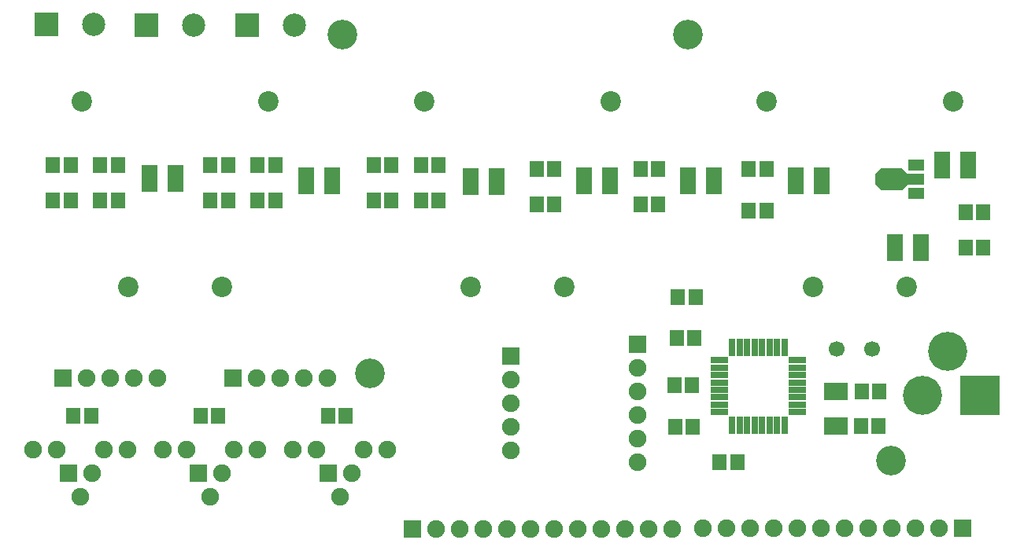
<source format=gbs>
G04 DipTrace 2.4.0.2*
%INBottomMask.gbs*%
%MOIN*%
%ADD22C,0.0669*%
%ADD35C,0.126*%
%ADD42R,0.1024X0.0748*%
%ADD47R,0.1654X0.1654*%
%ADD49C,0.1654*%
%ADD51R,0.0669X0.0472*%
%ADD53R,0.0276X0.0748*%
%ADD55R,0.0748X0.0276*%
%ADD57C,0.0748*%
%ADD58R,0.0709X0.1142*%
%ADD60C,0.0748*%
%ADD62R,0.0748X0.0748*%
%ADD64R,0.0591X0.0669*%
%ADD66C,0.0984*%
%ADD68R,0.0984X0.0984*%
%ADD70C,0.0866*%
%FSLAX44Y44*%
G04*
G70*
G90*
G75*
G01*
%LNBotMask*%
%LPD*%
D35*
X32437Y25562D3*
D70*
X8749Y14875D3*
X12687D3*
X6781Y22737D3*
X14656D3*
X23249Y14875D3*
X27187D3*
X21281Y22737D3*
X29156D3*
X37749Y14875D3*
X41687D3*
X35781Y22737D3*
X43656D3*
D68*
X5259Y25988D3*
D66*
X7259D3*
D68*
X9516Y25967D3*
D66*
X11516D3*
D68*
X13774Y25968D3*
D66*
X15774D3*
D35*
X17812Y25562D3*
D64*
X6292Y18551D3*
X5544D3*
X6292Y20051D3*
X5544D3*
X8292D3*
X7544D3*
X8292Y18551D3*
X7544D3*
X12955D3*
X12207D3*
X12955Y20051D3*
X12207D3*
X14955D3*
X14207D3*
X14955Y18551D3*
X14207D3*
D62*
X5957Y11015D3*
D60*
X6957D3*
X7957D3*
X8957D3*
X9957D3*
D64*
X19871Y18551D3*
X19122D3*
X19871Y20051D3*
X19122D3*
X21871D3*
X21122D3*
X21871Y18551D3*
X21122D3*
D62*
X13157Y11006D3*
D60*
X14157D3*
X15157D3*
X16157D3*
X17157D3*
D62*
X6207Y6981D3*
D60*
X7207D3*
D58*
X29121Y19359D3*
X28019D3*
D64*
X26767Y19859D3*
X26019D3*
X26767Y18359D3*
X26019D3*
D62*
X11707Y6981D3*
D60*
X12707D3*
D58*
X33537Y19359D3*
X32434D3*
D64*
X31182Y19859D3*
X30434D3*
X31182Y18359D3*
X30434D3*
D62*
X17207Y6981D3*
D60*
X18207D3*
D58*
X38115Y19359D3*
X37012D3*
D64*
X35761Y19859D3*
X35012D3*
X35761Y18109D3*
X35012D3*
D57*
X4707Y7981D3*
X5707D3*
X6707Y5981D3*
X7707Y7981D3*
X8707D3*
X10207D3*
X11207D3*
X12207Y5981D3*
X13207Y7981D3*
X14207D3*
X15707D3*
X16707D3*
X17707Y5981D3*
X18707Y7981D3*
X19707D3*
D58*
X10731Y19485D3*
X9629D3*
X17376Y19377D3*
X16273D3*
X24345Y19322D3*
X23243D3*
D55*
X37073Y11764D3*
Y11449D3*
Y11134D3*
Y10819D3*
Y10504D3*
Y10189D3*
Y9874D3*
Y9559D3*
D53*
X36522Y9008D3*
X36207D3*
X35892D3*
X35577D3*
X35262D3*
X34947D3*
X34632D3*
X34317D3*
D55*
X33766Y9559D3*
Y9874D3*
Y10189D3*
Y10504D3*
Y10819D3*
Y11134D3*
Y11449D3*
Y11764D3*
D53*
X34317Y12315D3*
X34632D3*
X34947D3*
X35262D3*
X35577D3*
X35892D3*
X36207D3*
X36522D3*
D58*
X42290Y16530D3*
X41187D3*
X44290Y20030D3*
X43187D3*
D51*
X42105D3*
G36*
X42439Y19204D2*
X41747D1*
X41511Y18967D1*
X40612D1*
X40353Y19227D1*
Y19653D1*
X40612Y19912D1*
X41511D1*
X41747Y19676D1*
X42439D1*
Y19204D1*
G37*
D51*
X42105Y18849D3*
D64*
X44935Y18030D3*
X44187D3*
D49*
X43423Y12132D3*
X42360Y10282D3*
D47*
X44801D3*
D64*
X44935Y16530D3*
X44187D3*
X31955Y12711D3*
X32704D3*
D62*
X30304Y12421D3*
D60*
Y11421D3*
Y10421D3*
Y9421D3*
Y8421D3*
Y7421D3*
D64*
X32761Y14439D3*
X32013D3*
D22*
X38720Y12237D3*
X40220D3*
D64*
X34529Y7421D3*
X33781D3*
X32608Y10707D3*
X31860D3*
D42*
X38699Y8984D3*
Y10440D3*
D64*
X40513Y8983D3*
X39765D3*
X40543Y10441D3*
X39795D3*
X32633Y8929D3*
X31885D3*
D62*
X20756Y4601D3*
D60*
X21756D3*
X22756D3*
X23756D3*
X24756D3*
X25756D3*
X26756D3*
X27756D3*
X28756D3*
X29756D3*
X30756D3*
X31756D3*
D62*
X44063Y4636D3*
D60*
X43063D3*
X42063D3*
X41063D3*
X40063D3*
X39063D3*
X38063D3*
X37063D3*
X36063D3*
X35063D3*
X34063D3*
X33063D3*
D62*
X24949Y11940D3*
D60*
Y10940D3*
Y9940D3*
Y8940D3*
Y7940D3*
D35*
X18970Y11206D3*
X41040Y7502D3*
D64*
X7154Y9409D3*
X6406D3*
X12550D3*
X11802D3*
X17946D3*
X17198D3*
M02*

</source>
